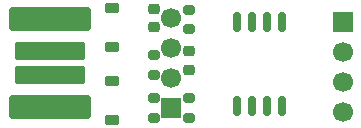
<source format=gbr>
%TF.GenerationSoftware,KiCad,Pcbnew,9.0.6*%
%TF.CreationDate,2025-12-25T20:01:47+05:30*%
%TF.ProjectId,USB,5553422e-6b69-4636-9164-5f7063625858,rev?*%
%TF.SameCoordinates,Original*%
%TF.FileFunction,Soldermask,Top*%
%TF.FilePolarity,Negative*%
%FSLAX46Y46*%
G04 Gerber Fmt 4.6, Leading zero omitted, Abs format (unit mm)*
G04 Created by KiCad (PCBNEW 9.0.6) date 2025-12-25 20:01:47*
%MOMM*%
%LPD*%
G01*
G04 APERTURE LIST*
G04 Aperture macros list*
%AMRoundRect*
0 Rectangle with rounded corners*
0 $1 Rounding radius*
0 $2 $3 $4 $5 $6 $7 $8 $9 X,Y pos of 4 corners*
0 Add a 4 corners polygon primitive as box body*
4,1,4,$2,$3,$4,$5,$6,$7,$8,$9,$2,$3,0*
0 Add four circle primitives for the rounded corners*
1,1,$1+$1,$2,$3*
1,1,$1+$1,$4,$5*
1,1,$1+$1,$6,$7*
1,1,$1+$1,$8,$9*
0 Add four rect primitives between the rounded corners*
20,1,$1+$1,$2,$3,$4,$5,0*
20,1,$1+$1,$4,$5,$6,$7,0*
20,1,$1+$1,$6,$7,$8,$9,0*
20,1,$1+$1,$8,$9,$2,$3,0*%
G04 Aperture macros list end*
%ADD10RoundRect,0.162500X0.162500X-0.650000X0.162500X0.650000X-0.162500X0.650000X-0.162500X-0.650000X0*%
%ADD11RoundRect,0.200000X0.275000X-0.200000X0.275000X0.200000X-0.275000X0.200000X-0.275000X-0.200000X0*%
%ADD12RoundRect,0.225000X0.375000X-0.225000X0.375000X0.225000X-0.375000X0.225000X-0.375000X-0.225000X0*%
%ADD13RoundRect,0.300000X-3.200000X-0.700000X3.200000X-0.700000X3.200000X0.700000X-3.200000X0.700000X0*%
%ADD14RoundRect,0.225000X-2.775000X-0.525000X2.775000X-0.525000X2.775000X0.525000X-2.775000X0.525000X0*%
%ADD15RoundRect,0.218750X0.256250X-0.218750X0.256250X0.218750X-0.256250X0.218750X-0.256250X-0.218750X0*%
%ADD16RoundRect,0.225000X0.250000X-0.225000X0.250000X0.225000X-0.250000X0.225000X-0.250000X-0.225000X0*%
%ADD17R,1.700000X1.700000*%
%ADD18C,1.700000*%
G04 APERTURE END LIST*
D10*
%TO.C,U1*%
X116710000Y-97877500D03*
X117980000Y-97877500D03*
X119250000Y-97877500D03*
X120520000Y-97877500D03*
X120520000Y-90702500D03*
X119250000Y-90702500D03*
X117980000Y-90702500D03*
X116710000Y-90702500D03*
%TD*%
D11*
%TO.C,R3*%
X112615000Y-91340000D03*
X112615000Y-89690000D03*
%TD*%
D12*
%TO.C,D2*%
X106115000Y-92840000D03*
X106115000Y-89540000D03*
%TD*%
D13*
%TO.C,U2*%
X100840000Y-90440000D03*
D14*
X100840000Y-93190000D03*
X100840000Y-95190000D03*
D13*
X100840000Y-97940000D03*
%TD*%
D11*
%TO.C,R2*%
X109615000Y-98840000D03*
X109615000Y-97190000D03*
%TD*%
D15*
%TO.C,D1*%
X112615000Y-94765000D03*
X112615000Y-93190000D03*
%TD*%
D16*
%TO.C,C1*%
X109615000Y-91190000D03*
X109615000Y-89640000D03*
%TD*%
D11*
%TO.C,R4*%
X112615000Y-98840000D03*
X112615000Y-97190000D03*
%TD*%
D12*
%TO.C,D3*%
X106115000Y-98990000D03*
X106115000Y-95690000D03*
%TD*%
D17*
%TO.C,J2*%
X125615000Y-90690000D03*
D18*
X125615000Y-93230000D03*
X125615000Y-95770000D03*
X125615000Y-98310000D03*
%TD*%
D11*
%TO.C,R1*%
X109615000Y-95190000D03*
X109615000Y-93540000D03*
%TD*%
D17*
%TO.C,J1*%
X111115000Y-98035000D03*
D18*
X111115000Y-95495000D03*
X111115000Y-92955000D03*
X111115000Y-90415000D03*
%TD*%
M02*

</source>
